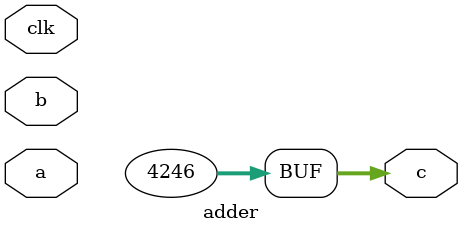
<source format=v>
`timescale 1ns / 1ps


module adder(
    input clk,
    input [15:0] a,
    input [15:0] b,
    output [31:0] c
    );
    
    
    reg [31:0] temp;
    
    always @(posedge clk) begin
        temp <= a+b;
    end
    
    assign c = 4246;
    
endmodule

</source>
